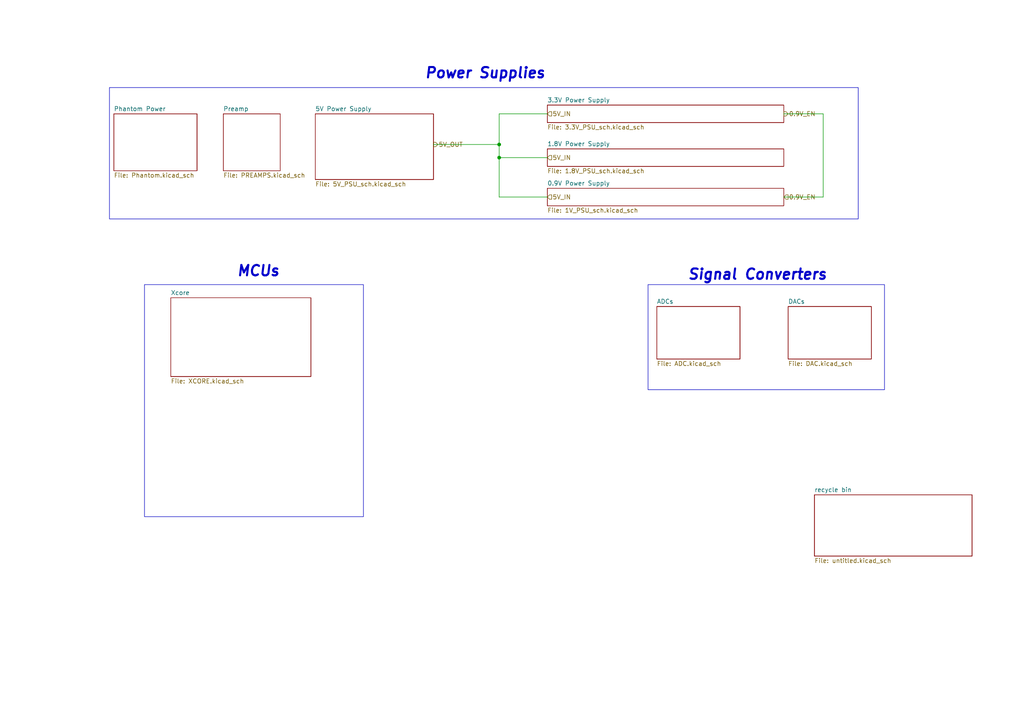
<source format=kicad_sch>
(kicad_sch
	(version 20231120)
	(generator "eeschema")
	(generator_version "8.0")
	(uuid "5266cf9e-da90-4c53-80fd-cf3dbed42632")
	(paper "A4")
	(title_block
		(title "Power Supplies")
		(date "2024-09-01")
		(rev "1")
		(company "Michael Meyers")
	)
	(lib_symbols)
	(junction
		(at 144.78 41.91)
		(diameter 0)
		(color 0 0 0 0)
		(uuid "27896cf4-6399-493c-b17d-7f2de3368e94")
	)
	(junction
		(at 144.78 45.72)
		(diameter 0)
		(color 0 0 0 0)
		(uuid "b19e0c20-e345-496b-87a4-1e549a2464bb")
	)
	(wire
		(pts
			(xy 144.78 45.72) (xy 144.78 57.15)
		)
		(stroke
			(width 0)
			(type default)
		)
		(uuid "20a90c6f-256d-450f-929f-9ae8cc23691b")
	)
	(wire
		(pts
			(xy 144.78 57.15) (xy 158.75 57.15)
		)
		(stroke
			(width 0)
			(type default)
		)
		(uuid "94f297d4-64ad-43cd-bf59-d0b235c89584")
	)
	(wire
		(pts
			(xy 144.78 41.91) (xy 144.78 45.72)
		)
		(stroke
			(width 0)
			(type default)
		)
		(uuid "9b5203e1-4e73-4e81-b550-eb59f549f2e6")
	)
	(wire
		(pts
			(xy 227.33 33.02) (xy 238.76 33.02)
		)
		(stroke
			(width 0)
			(type default)
		)
		(uuid "c15baf81-200b-4102-acbe-f1040861621b")
	)
	(wire
		(pts
			(xy 158.75 45.72) (xy 144.78 45.72)
		)
		(stroke
			(width 0)
			(type default)
		)
		(uuid "c7e7f98d-2fd3-4bd3-ad85-bc49d4e9194e")
	)
	(wire
		(pts
			(xy 125.73 41.91) (xy 144.78 41.91)
		)
		(stroke
			(width 0)
			(type default)
		)
		(uuid "dab50407-fad5-420b-8be2-103f548d2a72")
	)
	(wire
		(pts
			(xy 144.78 33.02) (xy 144.78 41.91)
		)
		(stroke
			(width 0)
			(type default)
		)
		(uuid "e0775663-12fc-453e-a14d-1868cb4cf4c7")
	)
	(wire
		(pts
			(xy 238.76 33.02) (xy 238.76 57.15)
		)
		(stroke
			(width 0)
			(type default)
		)
		(uuid "ebf3dabc-a19b-4b82-bf98-ee3da22567a3")
	)
	(wire
		(pts
			(xy 238.76 57.15) (xy 227.33 57.15)
		)
		(stroke
			(width 0)
			(type default)
		)
		(uuid "fc89f991-f52f-45bf-84e6-413ed269f0bf")
	)
	(wire
		(pts
			(xy 144.78 33.02) (xy 158.75 33.02)
		)
		(stroke
			(width 0)
			(type default)
		)
		(uuid "fd7c9276-71cc-4e37-bcf7-eb405794398a")
	)
	(rectangle
		(start 187.96 82.55)
		(end 256.54 113.03)
		(stroke
			(width 0)
			(type default)
		)
		(fill
			(type none)
		)
		(uuid 54a50dd9-50e2-43c7-9d8c-e8a3e2c5c77d)
	)
	(rectangle
		(start 31.75 25.4)
		(end 248.92 63.5)
		(stroke
			(width 0)
			(type default)
		)
		(fill
			(type none)
		)
		(uuid a431d4ea-3826-4044-b789-472f3edaaabf)
	)
	(rectangle
		(start 41.91 82.55)
		(end 105.41 149.86)
		(stroke
			(width 0)
			(type default)
		)
		(fill
			(type none)
		)
		(uuid c623997b-19c9-4575-a014-51edb71503b1)
	)
	(text "MCUs"
		(exclude_from_sim no)
		(at 74.93 78.74 0)
		(effects
			(font
				(size 3 3)
				(thickness 0.6)
				(bold yes)
				(italic yes)
			)
		)
		(uuid "1e855648-f302-4888-ab7f-861799f1b0ec")
	)
	(text "Power Supplies"
		(exclude_from_sim no)
		(at 140.716 21.336 0)
		(effects
			(font
				(size 3 3)
				(thickness 0.6)
				(bold yes)
				(italic yes)
			)
		)
		(uuid "5299cf95-92d8-489f-af21-500a869777d7")
	)
	(text "Signal Converters"
		(exclude_from_sim no)
		(at 219.71 79.756 0)
		(effects
			(font
				(size 3 3)
				(thickness 0.6)
				(bold yes)
				(italic yes)
			)
		)
		(uuid "7d9afdc1-97fe-4e00-9733-63a68bee6e61")
	)
	(hierarchical_label "5V_IN"
		(shape input)
		(at 158.75 45.72 0)
		(fields_autoplaced yes)
		(effects
			(font
				(size 1.27 1.27)
			)
			(justify left)
		)
		(uuid "60dd4265-03c3-4922-9c80-7af4e6a13a53")
	)
	(hierarchical_label "0.9V_EN"
		(shape output)
		(at 227.33 33.02 0)
		(fields_autoplaced yes)
		(effects
			(font
				(size 1.27 1.27)
			)
			(justify left)
		)
		(uuid "63a515d5-cf27-4f92-af9d-1ab8c22d7801")
	)
	(hierarchical_label "5V_IN"
		(shape input)
		(at 158.75 57.15 0)
		(fields_autoplaced yes)
		(effects
			(font
				(size 1.27 1.27)
			)
			(justify left)
		)
		(uuid "7a09d2b0-bdb2-40e2-8527-1e85293470e4")
	)
	(hierarchical_label "0.9V_EN"
		(shape input)
		(at 227.33 57.15 0)
		(fields_autoplaced yes)
		(effects
			(font
				(size 1.27 1.27)
			)
			(justify left)
		)
		(uuid "94966330-a832-4e7c-819e-0c2dea6dbb16")
	)
	(hierarchical_label "5V_IN"
		(shape input)
		(at 158.75 33.02 0)
		(fields_autoplaced yes)
		(effects
			(font
				(size 1.27 1.27)
			)
			(justify left)
		)
		(uuid "a0a1b94b-5963-4e0d-bac1-320caa0886c0")
	)
	(hierarchical_label "5V_OUT"
		(shape output)
		(at 125.73 41.91 0)
		(fields_autoplaced yes)
		(effects
			(font
				(size 1.27 1.27)
			)
			(justify left)
		)
		(uuid "e63dd4c0-c64e-4987-8bcd-a5cbc729e2fa")
	)
	(sheet
		(at 158.75 54.61)
		(size 68.58 5.08)
		(fields_autoplaced yes)
		(stroke
			(width 0.1524)
			(type solid)
		)
		(fill
			(color 0 0 0 0.0000)
		)
		(uuid "03d1dd7c-322d-4278-ab1a-c5f616c27c1a")
		(property "Sheetname" "0.9V Power Supply"
			(at 158.75 53.8984 0)
			(effects
				(font
					(size 1.27 1.27)
				)
				(justify left bottom)
			)
		)
		(property "Sheetfile" "1V_PSU_sch.kicad_sch"
			(at 158.75 60.2746 0)
			(effects
				(font
					(size 1.27 1.27)
				)
				(justify left top)
			)
		)
		(instances
			(project "Power_Supplies"
				(path "/5266cf9e-da90-4c53-80fd-cf3dbed42632"
					(page "5")
				)
			)
		)
	)
	(sheet
		(at 228.6 88.9)
		(size 24.13 15.24)
		(fields_autoplaced yes)
		(stroke
			(width 0.1524)
			(type solid)
		)
		(fill
			(color 0 0 0 0.0000)
		)
		(uuid "29bf6371-8a12-4a95-b0c2-fbe02aad04a0")
		(property "Sheetname" "DACs"
			(at 228.6 88.1884 0)
			(effects
				(font
					(size 1.27 1.27)
				)
				(justify left bottom)
			)
		)
		(property "Sheetfile" "DAC.kicad_sch"
			(at 228.6 104.7246 0)
			(effects
				(font
					(size 1.27 1.27)
				)
				(justify left top)
			)
		)
		(instances
			(project "Power_Supplies"
				(path "/5266cf9e-da90-4c53-80fd-cf3dbed42632"
					(page "7")
				)
			)
		)
	)
	(sheet
		(at 49.53 86.36)
		(size 40.64 22.86)
		(fields_autoplaced yes)
		(stroke
			(width 0.1524)
			(type solid)
		)
		(fill
			(color 0 0 0 0.0000)
		)
		(uuid "4ac374da-48c1-45fc-82eb-58af98bfd6f4")
		(property "Sheetname" "Xcore"
			(at 49.53 85.6484 0)
			(effects
				(font
					(size 1.27 1.27)
				)
				(justify left bottom)
			)
		)
		(property "Sheetfile" "XCORE.kicad_sch"
			(at 49.53 109.8046 0)
			(effects
				(font
					(size 1.27 1.27)
				)
				(justify left top)
			)
		)
		(instances
			(project "Power_Supplies"
				(path "/5266cf9e-da90-4c53-80fd-cf3dbed42632"
					(page "9")
				)
			)
		)
	)
	(sheet
		(at 91.44 33.02)
		(size 34.29 19.05)
		(fields_autoplaced yes)
		(stroke
			(width 0.1524)
			(type solid)
		)
		(fill
			(color 0 0 0 0.0000)
		)
		(uuid "5982fdfd-a052-4daa-9192-d77d69fc941f")
		(property "Sheetname" "5V Power Supply"
			(at 91.44 32.3084 0)
			(effects
				(font
					(size 1.27 1.27)
				)
				(justify left bottom)
			)
		)
		(property "Sheetfile" "5V_PSU_sch.kicad_sch"
			(at 91.44 52.6546 0)
			(effects
				(font
					(size 1.27 1.27)
				)
				(justify left top)
			)
		)
		(instances
			(project "Power_Supplies"
				(path "/5266cf9e-da90-4c53-80fd-cf3dbed42632"
					(page "4")
				)
			)
		)
	)
	(sheet
		(at 33.02 33.02)
		(size 24.13 16.51)
		(fields_autoplaced yes)
		(stroke
			(width 0.1524)
			(type solid)
		)
		(fill
			(color 0 0 0 0.0000)
		)
		(uuid "873b4819-32e6-40de-93d6-23cb6a01b934")
		(property "Sheetname" "Phantom Power"
			(at 33.02 32.3084 0)
			(effects
				(font
					(size 1.27 1.27)
				)
				(justify left bottom)
			)
		)
		(property "Sheetfile" "Phantom.kicad_sch"
			(at 33.02 50.1146 0)
			(effects
				(font
					(size 1.27 1.27)
				)
				(justify left top)
			)
		)
		(property "Field2" ""
			(at 33.02 33.02 0)
			(effects
				(font
					(size 1.27 1.27)
				)
				(hide yes)
			)
		)
		(instances
			(project "Power_Supplies"
				(path "/5266cf9e-da90-4c53-80fd-cf3dbed42632"
					(page "10")
				)
			)
		)
	)
	(sheet
		(at 190.5 88.9)
		(size 24.13 15.24)
		(fields_autoplaced yes)
		(stroke
			(width 0.1524)
			(type solid)
		)
		(fill
			(color 0 0 0 0.0000)
		)
		(uuid "8f3dd01b-e3ea-4f9d-9f95-d4c91dcdbd45")
		(property "Sheetname" "ADCs"
			(at 190.5 88.1884 0)
			(effects
				(font
					(size 1.27 1.27)
				)
				(justify left bottom)
			)
		)
		(property "Sheetfile" "ADC.kicad_sch"
			(at 190.5 104.7246 0)
			(effects
				(font
					(size 1.27 1.27)
				)
				(justify left top)
			)
		)
		(instances
			(project "Power_Supplies"
				(path "/5266cf9e-da90-4c53-80fd-cf3dbed42632"
					(page "6")
				)
			)
		)
	)
	(sheet
		(at 158.75 43.18)
		(size 68.58 5.08)
		(fields_autoplaced yes)
		(stroke
			(width 0.1524)
			(type solid)
		)
		(fill
			(color 0 0 0 0.0000)
		)
		(uuid "9c32f96f-6431-432f-ba4b-d32b848998a9")
		(property "Sheetname" "1.8V Power Supply"
			(at 158.75 42.4684 0)
			(effects
				(font
					(size 1.27 1.27)
				)
				(justify left bottom)
			)
		)
		(property "Sheetfile" "1.8V_PSU_sch.kicad_sch"
			(at 158.75 48.8446 0)
			(effects
				(font
					(size 1.27 1.27)
				)
				(justify left top)
			)
		)
		(instances
			(project "Power_Supplies"
				(path "/5266cf9e-da90-4c53-80fd-cf3dbed42632"
					(page "3")
				)
			)
		)
	)
	(sheet
		(at 158.75 30.48)
		(size 68.58 5.08)
		(fields_autoplaced yes)
		(stroke
			(width 0.1524)
			(type solid)
		)
		(fill
			(color 0 0 0 0.0000)
		)
		(uuid "d97b0578-9041-4470-b716-17aff17c9225")
		(property "Sheetname" "3.3V Power Supply"
			(at 158.75 29.7684 0)
			(effects
				(font
					(size 1.27 1.27)
				)
				(justify left bottom)
			)
		)
		(property "Sheetfile" "3.3V_PSU_sch.kicad_sch"
			(at 158.75 36.1446 0)
			(effects
				(font
					(size 1.27 1.27)
				)
				(justify left top)
			)
		)
		(instances
			(project "Power_Supplies"
				(path "/5266cf9e-da90-4c53-80fd-cf3dbed42632"
					(page "2")
				)
			)
		)
	)
	(sheet
		(at 64.77 33.02)
		(size 16.51 16.51)
		(fields_autoplaced yes)
		(stroke
			(width 0.1524)
			(type solid)
		)
		(fill
			(color 0 0 0 0.0000)
		)
		(uuid "e99ff431-6a4b-4cff-9a72-1b9e305d1dd3")
		(property "Sheetname" "Preamp"
			(at 64.77 32.3084 0)
			(effects
				(font
					(size 1.27 1.27)
				)
				(justify left bottom)
			)
		)
		(property "Sheetfile" "PREAMPS.kicad_sch"
			(at 64.77 50.1146 0)
			(effects
				(font
					(size 1.27 1.27)
				)
				(justify left top)
			)
		)
		(instances
			(project "Power_Supplies"
				(path "/5266cf9e-da90-4c53-80fd-cf3dbed42632"
					(page "11")
				)
			)
		)
	)
	(sheet
		(at 236.22 143.51)
		(size 45.72 17.78)
		(fields_autoplaced yes)
		(stroke
			(width 0.1524)
			(type solid)
		)
		(fill
			(color 0 0 0 0.0000)
		)
		(uuid "fd4118b1-a8a6-4562-8d67-714d9eea274a")
		(property "Sheetname" "recycle bin"
			(at 236.22 142.7984 0)
			(effects
				(font
					(size 1.27 1.27)
				)
				(justify left bottom)
			)
		)
		(property "Sheetfile" "untitled.kicad_sch"
			(at 236.22 161.8746 0)
			(effects
				(font
					(size 1.27 1.27)
				)
				(justify left top)
			)
		)
		(instances
			(project "Power_Supplies"
				(path "/5266cf9e-da90-4c53-80fd-cf3dbed42632"
					(page "11")
				)
			)
		)
	)
	(sheet_instances
		(path "/"
			(page "1")
		)
	)
)

</source>
